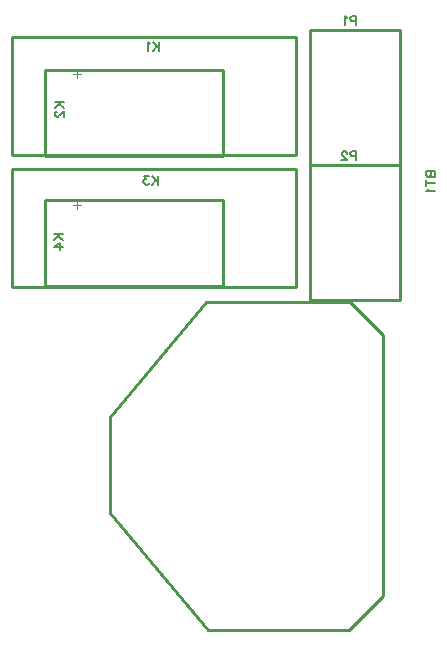
<source format=gbo>
G04 Layer: BottomSilkLayer*
G04 EasyEDA v6.3.22, 2020-02-01T14:25:23+03:00*
G04 de8c743d1f944906aa5e958e3f35c1be,ca54920fb7ea4c169f3d1b618bee327e,10*
G04 Gerber Generator version 0.2*
G04 Scale: 100 percent, Rotated: No, Reflected: No *
G04 Dimensions in inches *
G04 leading zeros omitted , absolute positions ,2 integer and 4 decimal *
%FSLAX24Y24*%
%MOIN*%
G90*
G70D02*

%ADD10C,0.010000*%
%ADD12C,0.006000*%
%ADD49C,0.003937*%

%LPD*%
G54D10*
G01X10474Y15631D02*
G01X10474Y19568D01*
G01X10474Y19568D02*
G01X1025Y19568D01*
G01X1025Y19568D02*
G01X1025Y15631D01*
G01X1025Y15631D02*
G01X10474Y15631D01*
G01X10474Y20031D02*
G01X10474Y23968D01*
G01X10474Y23968D02*
G01X1025Y23968D01*
G01X1025Y23968D02*
G01X1025Y20031D01*
G01X1025Y20031D02*
G01X10474Y20031D01*
G01X2113Y22863D02*
G01X2113Y20013D01*
G01X8042Y22886D02*
G01X8042Y20013D01*
G01X2136Y20013D02*
G01X8042Y20013D01*
G01X2136Y22886D02*
G01X8042Y22886D01*
G01X2113Y18513D02*
G01X2113Y15663D01*
G01X8042Y18536D02*
G01X8042Y15663D01*
G01X2136Y15663D02*
G01X8042Y15663D01*
G01X2136Y18536D02*
G01X8042Y18536D01*
G01X13950Y19700D02*
G01X13950Y15200D01*
G01X10950Y15200D01*
G01X10950Y19700D01*
G01X13950Y19700D01*
G01X13950Y24200D02*
G01X13950Y19700D01*
G01X10950Y19700D01*
G01X10950Y24200D01*
G01X13950Y24200D01*
G01X4300Y8100D02*
G01X7550Y4200D01*
G01X12250Y4200D01*
G01X13400Y5350D01*
G01X13400Y14050D01*
G01X12300Y15150D01*
G01X7500Y15150D01*
G01X4300Y11300D01*
G01X4300Y8100D01*
G54D12*
G01X5903Y19349D02*
G01X5903Y19044D01*
G01X5699Y19349D02*
G01X5903Y19146D01*
G01X5830Y19219D02*
G01X5699Y19044D01*
G01X5574Y19349D02*
G01X5414Y19349D01*
G01X5501Y19233D01*
G01X5458Y19233D01*
G01X5429Y19219D01*
G01X5414Y19204D01*
G01X5400Y19160D01*
G01X5400Y19131D01*
G01X5414Y19088D01*
G01X5443Y19059D01*
G01X5487Y19044D01*
G01X5530Y19044D01*
G01X5574Y19059D01*
G01X5589Y19073D01*
G01X5603Y19102D01*
G01X5922Y23799D02*
G01X5922Y23494D01*
G01X5718Y23799D02*
G01X5922Y23596D01*
G01X5849Y23669D02*
G01X5718Y23494D01*
G01X5622Y23741D02*
G01X5593Y23756D01*
G01X5550Y23799D01*
G01X5550Y23494D01*
G01X2450Y21800D02*
G01X2755Y21800D01*
G01X2450Y21596D02*
G01X2653Y21800D01*
G01X2580Y21727D02*
G01X2755Y21596D01*
G01X2522Y21485D02*
G01X2508Y21485D01*
G01X2479Y21471D01*
G01X2464Y21456D01*
G01X2450Y21427D01*
G01X2450Y21369D01*
G01X2464Y21340D01*
G01X2479Y21325D01*
G01X2508Y21311D01*
G01X2537Y21311D01*
G01X2566Y21325D01*
G01X2610Y21354D01*
G01X2755Y21500D01*
G01X2755Y21296D01*
G54D49*
G01X3328Y22732D02*
G01X3067Y22732D01*
G01X3197Y22602D02*
G01X3197Y22863D01*
G54D12*
G01X2404Y17400D02*
G01X2709Y17400D01*
G01X2404Y17196D02*
G01X2608Y17400D01*
G01X2535Y17327D02*
G01X2709Y17196D01*
G01X2404Y16954D02*
G01X2608Y17100D01*
G01X2608Y16882D01*
G01X2404Y16954D02*
G01X2709Y16954D01*
G54D49*
G01X3328Y18382D02*
G01X3067Y18382D01*
G01X3197Y18252D02*
G01X3197Y18513D01*
G54D12*
G01X12500Y20158D02*
G01X12500Y19853D01*
G01X12500Y20158D02*
G01X12369Y20158D01*
G01X12325Y20144D01*
G01X12310Y20129D01*
G01X12296Y20100D01*
G01X12296Y20056D01*
G01X12310Y20027D01*
G01X12325Y20013D01*
G01X12369Y19998D01*
G01X12500Y19998D01*
G01X12185Y20085D02*
G01X12185Y20100D01*
G01X12171Y20129D01*
G01X12156Y20144D01*
G01X12127Y20158D01*
G01X12069Y20158D01*
G01X12040Y20144D01*
G01X12025Y20129D01*
G01X12011Y20100D01*
G01X12011Y20071D01*
G01X12025Y20042D01*
G01X12054Y19998D01*
G01X12200Y19853D01*
G01X11996Y19853D01*
G01X12500Y24658D02*
G01X12500Y24353D01*
G01X12500Y24658D02*
G01X12369Y24658D01*
G01X12325Y24644D01*
G01X12310Y24629D01*
G01X12296Y24600D01*
G01X12296Y24556D01*
G01X12310Y24527D01*
G01X12325Y24513D01*
G01X12369Y24498D01*
G01X12500Y24498D01*
G01X12200Y24600D02*
G01X12171Y24614D01*
G01X12127Y24658D01*
G01X12127Y24353D01*
G01X14830Y19500D02*
G01X15136Y19500D01*
G01X14830Y19500D02*
G01X14830Y19369D01*
G01X14845Y19325D01*
G01X14859Y19310D01*
G01X14888Y19296D01*
G01X14918Y19296D01*
G01X14947Y19310D01*
G01X14961Y19325D01*
G01X14976Y19369D01*
G01X14976Y19500D02*
G01X14976Y19369D01*
G01X14990Y19325D01*
G01X15005Y19310D01*
G01X15034Y19296D01*
G01X15078Y19296D01*
G01X15107Y19310D01*
G01X15121Y19325D01*
G01X15136Y19369D01*
G01X15136Y19500D01*
G01X14830Y19098D02*
G01X15136Y19098D01*
G01X14830Y19200D02*
G01X14830Y18996D01*
G01X14888Y18900D02*
G01X14874Y18871D01*
G01X14830Y18828D01*
G01X15136Y18828D01*
M00*
M02*

</source>
